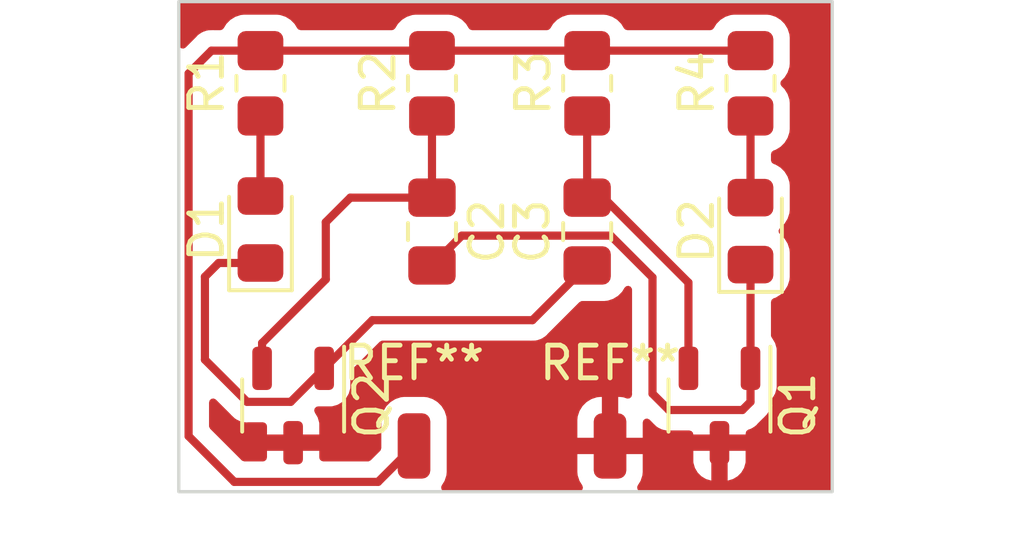
<source format=kicad_pcb>
(kicad_pcb (version 20221018) (generator pcbnew)
  (layers (0 "F.Cu" signal) (31 "B.Cu" signal) (34 "B.Paste" user) (35 "F.Paste" user) (36 "B.SilkS" user "B.Silkscreen") (37 "F.SilkS" user "F.Silkscreen") (38 "B.Mask" user) (39 "F.Mask" user) (44 "Edge.Cuts" user))
  (net 0 "")
  (net 1 "Net-(Q2-B)")
  (net 2 "Net-(D2-K)")
  (net 3 "Net-(D1-K)")
  (net 4 "Net-(Q1-B)")
  (net 5 "Net-(D1-A)")
  (net 6 "Net-(D2-A)")
  (net 7 "GND")
  (net 8 "/+3.3")
  (footprint "Resistor_SMD:R_0805_2012Metric_Pad1.20x1.40mm_HandSolder" (layer "F.Cu") (at 67.5 52.5 90)
    (fp_text reference "R4" (at 0 -1.65 90) (layer "F.SilkS"))
    (fp_text value "470")
    (fp_line (start -0.227064 -0.735) (end 0.227064 -0.735) (stroke (width 0.12)) (layer "F.SilkS"))
    (fp_line (start -0.227064 0.735) (end 0.227064 0.735) (stroke (width 0.12)) (layer "F.SilkS"))
    (pad "1" smd roundrect (at -1 0 90) (size 1.2 1.4) (layers "F.Cu" "F.Paste" "F.Mask") (roundrect_rratio 0.2083333333) (net 6 "Net-(D2-A)"))
    (pad "2" smd roundrect (at 1 0 90) (size 1.2 1.4) (layers "F.Cu" "F.Paste" "F.Mask") (roundrect_rratio 0.2083333333) (net 8 "/+3.3"))
  )
  (footprint "Resistor_SMD:R_0805_2012Metric_Pad1.20x1.40mm_HandSolder" (layer "F.Cu") (at 57.75 52.5 90)
    (fp_text reference "R2" (at 0 -1.65 90) (layer "F.SilkS"))
    (fp_text value "22K")
    (fp_line (start -0.227064 -0.735) (end 0.227064 -0.735) (stroke (width 0.12)) (layer "F.SilkS"))
    (fp_line (start -0.227064 0.735) (end 0.227064 0.735) (stroke (width 0.12)) (layer "F.SilkS"))
    (pad "1" smd roundrect (at -1 0 90) (size 1.2 1.4) (layers "F.Cu" "F.Paste" "F.Mask") (roundrect_rratio 0.2083333333) (net 1 "Net-(Q2-B)"))
    (pad "2" smd roundrect (at 1 0 90) (size 1.2 1.4) (layers "F.Cu" "F.Paste" "F.Mask") (roundrect_rratio 0.2083333333) (net 8 "/+3.3"))
  )
  (footprint "Capacitor_SMD:C_0805_2012Metric_Pad1.18x1.45mm_HandSolder" (layer "F.Cu") (at 62.5 57.0375 90)
    (fp_text reference "C3" (at 0 -1.68 90) (layer "F.SilkS"))
    (fp_text value "10u")
    (fp_line (start -0.261252 -0.735) (end 0.261252 -0.735) (stroke (width 0.12)) (layer "F.SilkS"))
    (fp_line (start -0.261252 0.735) (end 0.261252 0.735) (stroke (width 0.12)) (layer "F.SilkS"))
    (pad "1" smd roundrect (at -1.0375 0 90) (size 1.175 1.45) (layers "F.Cu" "F.Paste" "F.Mask") (roundrect_rratio 0.2127659574) (net 3 "Net-(D1-K)"))
    (pad "2" smd roundrect (at 1.0375 0 90) (size 1.175 1.45) (layers "F.Cu" "F.Paste" "F.Mask") (roundrect_rratio 0.2127659574) (net 4 "Net-(Q1-B)"))
  )
  (footprint "Resistor_SMD:R_0805_2012Metric_Pad1.20x1.40mm_HandSolder" (layer "F.Cu") (at 62.5 52.5 90)
    (fp_text reference "R3" (at 0 -1.65 90) (layer "F.SilkS"))
    (fp_text value "22K")
    (fp_line (start -0.227064 -0.735) (end 0.227064 -0.735) (stroke (width 0.12)) (layer "F.SilkS"))
    (fp_line (start -0.227064 0.735) (end 0.227064 0.735) (stroke (width 0.12)) (layer "F.SilkS"))
    (pad "1" smd roundrect (at -1 0 90) (size 1.2 1.4) (layers "F.Cu" "F.Paste" "F.Mask") (roundrect_rratio 0.2083333333) (net 4 "Net-(Q1-B)"))
    (pad "2" smd roundrect (at 1 0 90) (size 1.2 1.4) (layers "F.Cu" "F.Paste" "F.Mask") (roundrect_rratio 0.2083333333) (net 8 "/+3.3"))
  )
  (footprint "Package_TO_SOT_SMD:SOT-23-3" (layer "F.Cu") (at 53.5 62.3625 -90)
    (fp_text reference "Q2" (at 0 -2.4 90) (layer "F.SilkS"))
    (fp_text value "NPN")
    (fp_line (start 0 -1.56) (end -1.8 -1.56) (stroke (width 0.12)) (layer "F.SilkS"))
    (fp_line (start 0 -1.56) (end 0.8 -1.56) (stroke (width 0.12)) (layer "F.SilkS"))
    (fp_line (start 0 1.56) (end -0.8 1.56) (stroke (width 0.12)) (layer "F.SilkS"))
    (fp_line (start 0 1.56) (end 0.8 1.56) (stroke (width 0.12)) (layer "F.SilkS"))
    (pad "1" smd roundrect (at -1.1375 -0.95 270) (size 1.325 0.6) (layers "F.Cu" "F.Paste" "F.Mask") (net 3 "Net-(D1-K)"))
    (pad "2" smd roundrect (at -1.1375 0.95 270) (size 1.325 0.6) (layers "F.Cu" "F.Paste" "F.Mask") (net 1 "Net-(Q2-B)"))
    (pad "3" smd roundrect (at 1.1375 0 270) (size 1.325 0.6) (layers "F.Cu" "F.Paste" "F.Mask") (net 7 "GND"))
  )
  (footprint "Package_TO_SOT_SMD:SOT-23-3" (layer "F.Cu") (at 66.55 62.3625 -90)
    (fp_text reference "Q1" (at 0 -2.4 90) (layer "F.SilkS"))
    (fp_text value "NPN")
    (fp_line (start 0 -1.56) (end -1.8 -1.56) (stroke (width 0.12)) (layer "F.SilkS"))
    (fp_line (start 0 -1.56) (end 0.8 -1.56) (stroke (width 0.12)) (layer "F.SilkS"))
    (fp_line (start 0 1.56) (end -0.8 1.56) (stroke (width 0.12)) (layer "F.SilkS"))
    (fp_line (start 0 1.56) (end 0.8 1.56) (stroke (width 0.12)) (layer "F.SilkS"))
    (pad "1" smd roundrect (at -1.1375 -0.95 270) (size 1.325 0.6) (layers "F.Cu" "F.Paste" "F.Mask") (net 2 "Net-(D2-K)"))
    (pad "2" smd roundrect (at -1.1375 0.95 270) (size 1.325 0.6) (layers "F.Cu" "F.Paste" "F.Mask") (net 4 "Net-(Q1-B)"))
    (pad "3" smd roundrect (at 1.1375 0 270) (size 1.325 0.6) (layers "F.Cu" "F.Paste" "F.Mask") (net 7 "GND"))
  )
  (footprint "Capacitor_SMD:C_0805_2012Metric_Pad1.18x1.45mm_HandSolder" (layer "F.Cu") (at 57.75 57.0375 -90)
    (fp_text reference "C2" (at 0 -1.68 90) (layer "F.SilkS"))
    (fp_text value "10u")
    (fp_line (start -0.261252 -0.735) (end 0.261252 -0.735) (stroke (width 0.12)) (layer "F.SilkS"))
    (fp_line (start -0.261252 0.735) (end 0.261252 0.735) (stroke (width 0.12)) (layer "F.SilkS"))
    (pad "1" smd roundrect (at -1.0375 0 270) (size 1.175 1.45) (layers "F.Cu" "F.Paste" "F.Mask") (roundrect_rratio 0.2127659574) (net 1 "Net-(Q2-B)"))
    (pad "2" smd roundrect (at 1.0375 0 270) (size 1.175 1.45) (layers "F.Cu" "F.Paste" "F.Mask") (roundrect_rratio 0.2127659574) (net 2 "Net-(D2-K)"))
  )
  (footprint "Connector_Wire:SolderWirePad_1x01_SMD_1x2mm" (layer "F.Cu") (at 63.2 63.6)
    (fp_text reference "REF**" (at 0 -2.54) (layer "F.SilkS"))
    (fp_text value "SolderWirePad_1x01_SMD_1x2mm")
    (pad "1" smd roundrect (at 0 0) (size 1 2) (layers "F.Cu" "F.Paste" "F.Mask") (net 7 "GND"))
  )
  (footprint "Resistor_SMD:R_0805_2012Metric_Pad1.20x1.40mm_HandSolder" (layer "F.Cu") (at 52.5 52.5 90)
    (fp_text reference "R1" (at 0 -1.65 90) (layer "F.SilkS"))
    (fp_text value "470")
    (fp_line (start -0.227064 -0.735) (end 0.227064 -0.735) (stroke (width 0.12)) (layer "F.SilkS"))
    (fp_line (start -0.227064 0.735) (end 0.227064 0.735) (stroke (width 0.12)) (layer "F.SilkS"))
    (pad "1" smd roundrect (at -1 0 90) (size 1.2 1.4) (layers "F.Cu" "F.Paste" "F.Mask") (roundrect_rratio 0.2083333333) (net 5 "Net-(D1-A)"))
    (pad "2" smd roundrect (at 1 0 90) (size 1.2 1.4) (layers "F.Cu" "F.Paste" "F.Mask") (roundrect_rratio 0.2083333333) (net 8 "/+3.3"))
  )
  (footprint "LED_SMD:LED_0805_2012Metric_Pad1.15x1.40mm_HandSolder" (layer "F.Cu") (at 67.5 57.025 90)
    (fp_text reference "D2" (at 0 -1.65 90) (layer "F.SilkS"))
    (fp_text value "D")
    (fp_line (start -1.86 -0.96) (end -1.86 0.96) (stroke (width 0.12)) (layer "F.SilkS"))
    (fp_line (start -1.86 0.96) (end 1 0.96) (stroke (width 0.12)) (layer "F.SilkS"))
    (fp_line (start 1 -0.96) (end -1.86 -0.96) (stroke (width 0.12)) (layer "F.SilkS"))
    (pad "1" smd roundrect (at -1.025 0 90) (size 1.15 1.4) (layers "F.Cu" "F.Paste" "F.Mask") (roundrect_rratio 0.2173913043) (net 2 "Net-(D2-K)"))
    (pad "2" smd roundrect (at 1.025 0 90) (size 1.15 1.4) (layers "F.Cu" "F.Paste" "F.Mask") (roundrect_rratio 0.2173913043) (net 6 "Net-(D2-A)"))
  )
  (footprint "Connector_Wire:SolderWirePad_1x01_SMD_1x2mm" (layer "F.Cu") (at 57.2 63.6)
    (fp_text reference "REF**" (at 0 -2.54) (layer "F.SilkS"))
    (fp_text value "SolderWirePad_1x01_SMD_1x2mm")
    (pad "1" smd roundrect (at 0 0) (size 1 2) (layers "F.Cu" "F.Paste" "F.Mask") (net 8 "/+3.3"))
  )
  (footprint "LED_SMD:LED_0805_2012Metric_Pad1.15x1.40mm_HandSolder" (layer "F.Cu") (at 52.5 56.975 90)
    (fp_text reference "D1" (at 0 -1.65 90) (layer "F.SilkS"))
    (fp_text value "D")
    (fp_line (start -1.86 -0.96) (end -1.86 0.96) (stroke (width 0.12)) (layer "F.SilkS"))
    (fp_line (start -1.86 0.96) (end 1 0.96) (stroke (width 0.12)) (layer "F.SilkS"))
    (fp_line (start 1 -0.96) (end -1.86 -0.96) (stroke (width 0.12)) (layer "F.SilkS"))
    (pad "1" smd roundrect (at -1.025 0 90) (size 1.15 1.4) (layers "F.Cu" "F.Paste" "F.Mask") (roundrect_rratio 0.2173913043) (net 3 "Net-(D1-K)"))
    (pad "2" smd roundrect (at 1.025 0 90) (size 1.15 1.4) (layers "F.Cu" "F.Paste" "F.Mask") (roundrect_rratio 0.2173913043) (net 5 "Net-(D1-A)"))
  )
  (gr_rect (start 50 50) (end 70 65) (stroke (width 0.1)) (fill none) (layer "Edge.Cuts"))
  (segment (start 57.75 53.5) (end 57.75 56) (width 0.25) (layer "F.Cu") (net 1))
  (segment (start 54.5 56.75) (end 55.25 56) (width 0.25) (layer "F.Cu") (net 1))
  (segment (start 52.55 60.45) (end 54.5 58.5) (width 0.25) (layer "F.Cu") (net 1))
  (segment (start 55.25 56) (end 57.75 56) (width 0.25) (layer "F.Cu") (net 1))
  (segment (start 52.55 61.225) (end 52.55 60.45) (width 0.25) (layer "F.Cu") (net 1))
  (segment (start 54.5 58.5) (end 54.5 56.75) (width 0.25) (layer "F.Cu") (net 1))
  (segment (start 63.2201 57.1625) (end 64.5 58.4424) (width 0.25) (layer "F.Cu") (net 2))
  (segment (start 58.6625 57.1625) (end 63.2201 57.1625) (width 0.25) (layer "F.Cu") (net 2))
  (segment (start 67.5 62.25) (end 67.5 61.225) (width 0.25) (layer "F.Cu") (net 2))
  (segment (start 65 62.5) (end 67.25 62.5) (width 0.25) (layer "F.Cu") (net 2))
  (segment (start 67.5 58.05) (end 67.5 61.225) (width 0.25) (layer "F.Cu") (net 2))
  (segment (start 64.5 58.4424) (end 64.5 62) (width 0.25) (layer "F.Cu") (net 2))
  (segment (start 67.25 62.5) (end 67.5 62.25) (width 0.25) (layer "F.Cu") (net 2))
  (segment (start 57.75 58.075) (end 58.6625 57.1625) (width 0.25) (layer "F.Cu") (net 2))
  (segment (start 64.5 62) (end 65 62.5) (width 0.25) (layer "F.Cu") (net 2))
  (segment (start 51.22 58) (end 52.5 58) (width 0.25) (layer "F.Cu") (net 3))
  (segment (start 60.825 59.75) (end 62.5 58.075) (width 0.25) (layer "F.Cu") (net 3))
  (segment (start 53.425 62.25) (end 54.45 61.225) (width 0.25) (layer "F.Cu") (net 3))
  (segment (start 55.925 59.75) (end 60.825 59.75) (width 0.25) (layer "F.Cu") (net 3))
  (segment (start 54.45 61.225) (end 55.925 59.75) (width 0.25) (layer "F.Cu") (net 3))
  (segment (start 50.8 60.96) (end 50.8 58.42) (width 0.25) (layer "F.Cu") (net 3))
  (segment (start 50.8 58.42) (end 51.22 58) (width 0.25) (layer "F.Cu") (net 3))
  (segment (start 52.09 62.25) (end 53.425 62.25) (width 0.25) (layer "F.Cu") (net 3))
  (segment (start 52.09 62.25) (end 50.8 60.96) (width 0.25) (layer "F.Cu") (net 3))
  (segment (start 63 56) (end 65.6 58.6) (width 0.25) (layer "F.Cu") (net 4))
  (segment (start 65.6 58.6) (end 65.6 61.225) (width 0.25) (layer "F.Cu") (net 4))
  (segment (start 62.5 56) (end 63 56) (width 0.25) (layer "F.Cu") (net 4))
  (segment (start 62.5 53.5) (end 62.5 56) (width 0.25) (layer "F.Cu") (net 4))
  (segment (start 52.5 53.5) (end 52.5 55.95) (width 0.25) (layer "F.Cu") (net 5))
  (segment (start 67.5 53.5) (end 67.5 56) (width 0.25) (layer "F.Cu") (net 6))
  (segment (start 51.7 64.7) (end 50.3 63.3) (width 0.25) (layer "F.Cu") (net 8))
  (segment (start 51 51.5) (end 52.5 51.5) (width 0.25) (layer "F.Cu") (net 8))
  (segment (start 50.3 63.3) (end 50.3 52.2) (width 0.25) (layer "F.Cu") (net 8))
  (segment (start 56.1 64.7) (end 51.7 64.7) (width 0.25) (layer "F.Cu") (net 8))
  (segment (start 62.5 51.5) (end 67.5 51.5) (width 0.25) (layer "F.Cu") (net 8))
  (segment (start 52.5 51.5) (end 57.75 51.5) (width 0.25) (layer "F.Cu") (net 8))
  (segment (start 57.2 63.6) (end 56.1 64.7) (width 0.25) (layer "F.Cu") (net 8))
  (segment (start 50.3 52.2) (end 51 51.5) (width 0.25) (layer "F.Cu") (net 8))
  (segment (start 57.75 51.5) (end 62.5 51.5) (width 0.25) (layer "F.Cu") (net 8))
  (zone (net 7) (net_name "GND") (layer "F.Cu") (connect_pads (clearance 0.5)) (min_thickness 0.25) (fill yes (thermal_gap 0.5) (thermal_bridge_width 0.5))
    (polygon (pts (xy 50 50) (xy 70 50) (xy 70 65) (xy 50 65)))
  )
)
</source>
